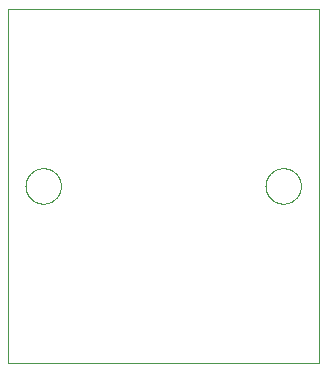
<source format=gbr>
G04 EAGLE Gerber RS-274X export*
G75*
%MOMM*%
%FSLAX34Y34*%
%LPD*%
%IN*%
%IPPOS*%
%AMOC8*
5,1,8,0,0,1.08239X$1,22.5*%
G01*
%ADD10C,0.000000*%


D10*
X0Y0D02*
X263200Y0D01*
X263200Y300000D01*
X0Y300000D01*
X0Y0D01*
X15000Y150000D02*
X15005Y150368D01*
X15018Y150736D01*
X15041Y151103D01*
X15072Y151470D01*
X15113Y151836D01*
X15162Y152201D01*
X15221Y152564D01*
X15288Y152926D01*
X15364Y153287D01*
X15450Y153645D01*
X15543Y154001D01*
X15646Y154354D01*
X15757Y154705D01*
X15877Y155053D01*
X16005Y155398D01*
X16142Y155740D01*
X16287Y156079D01*
X16440Y156413D01*
X16602Y156744D01*
X16771Y157071D01*
X16949Y157393D01*
X17134Y157712D01*
X17327Y158025D01*
X17528Y158334D01*
X17736Y158637D01*
X17952Y158935D01*
X18175Y159228D01*
X18405Y159516D01*
X18642Y159798D01*
X18886Y160073D01*
X19136Y160343D01*
X19393Y160607D01*
X19657Y160864D01*
X19927Y161114D01*
X20202Y161358D01*
X20484Y161595D01*
X20772Y161825D01*
X21065Y162048D01*
X21363Y162264D01*
X21666Y162472D01*
X21975Y162673D01*
X22288Y162866D01*
X22607Y163051D01*
X22929Y163229D01*
X23256Y163398D01*
X23587Y163560D01*
X23921Y163713D01*
X24260Y163858D01*
X24602Y163995D01*
X24947Y164123D01*
X25295Y164243D01*
X25646Y164354D01*
X25999Y164457D01*
X26355Y164550D01*
X26713Y164636D01*
X27074Y164712D01*
X27436Y164779D01*
X27799Y164838D01*
X28164Y164887D01*
X28530Y164928D01*
X28897Y164959D01*
X29264Y164982D01*
X29632Y164995D01*
X30000Y165000D01*
X30368Y164995D01*
X30736Y164982D01*
X31103Y164959D01*
X31470Y164928D01*
X31836Y164887D01*
X32201Y164838D01*
X32564Y164779D01*
X32926Y164712D01*
X33287Y164636D01*
X33645Y164550D01*
X34001Y164457D01*
X34354Y164354D01*
X34705Y164243D01*
X35053Y164123D01*
X35398Y163995D01*
X35740Y163858D01*
X36079Y163713D01*
X36413Y163560D01*
X36744Y163398D01*
X37071Y163229D01*
X37393Y163051D01*
X37712Y162866D01*
X38025Y162673D01*
X38334Y162472D01*
X38637Y162264D01*
X38935Y162048D01*
X39228Y161825D01*
X39516Y161595D01*
X39798Y161358D01*
X40073Y161114D01*
X40343Y160864D01*
X40607Y160607D01*
X40864Y160343D01*
X41114Y160073D01*
X41358Y159798D01*
X41595Y159516D01*
X41825Y159228D01*
X42048Y158935D01*
X42264Y158637D01*
X42472Y158334D01*
X42673Y158025D01*
X42866Y157712D01*
X43051Y157393D01*
X43229Y157071D01*
X43398Y156744D01*
X43560Y156413D01*
X43713Y156079D01*
X43858Y155740D01*
X43995Y155398D01*
X44123Y155053D01*
X44243Y154705D01*
X44354Y154354D01*
X44457Y154001D01*
X44550Y153645D01*
X44636Y153287D01*
X44712Y152926D01*
X44779Y152564D01*
X44838Y152201D01*
X44887Y151836D01*
X44928Y151470D01*
X44959Y151103D01*
X44982Y150736D01*
X44995Y150368D01*
X45000Y150000D01*
X44995Y149632D01*
X44982Y149264D01*
X44959Y148897D01*
X44928Y148530D01*
X44887Y148164D01*
X44838Y147799D01*
X44779Y147436D01*
X44712Y147074D01*
X44636Y146713D01*
X44550Y146355D01*
X44457Y145999D01*
X44354Y145646D01*
X44243Y145295D01*
X44123Y144947D01*
X43995Y144602D01*
X43858Y144260D01*
X43713Y143921D01*
X43560Y143587D01*
X43398Y143256D01*
X43229Y142929D01*
X43051Y142607D01*
X42866Y142288D01*
X42673Y141975D01*
X42472Y141666D01*
X42264Y141363D01*
X42048Y141065D01*
X41825Y140772D01*
X41595Y140484D01*
X41358Y140202D01*
X41114Y139927D01*
X40864Y139657D01*
X40607Y139393D01*
X40343Y139136D01*
X40073Y138886D01*
X39798Y138642D01*
X39516Y138405D01*
X39228Y138175D01*
X38935Y137952D01*
X38637Y137736D01*
X38334Y137528D01*
X38025Y137327D01*
X37712Y137134D01*
X37393Y136949D01*
X37071Y136771D01*
X36744Y136602D01*
X36413Y136440D01*
X36079Y136287D01*
X35740Y136142D01*
X35398Y136005D01*
X35053Y135877D01*
X34705Y135757D01*
X34354Y135646D01*
X34001Y135543D01*
X33645Y135450D01*
X33287Y135364D01*
X32926Y135288D01*
X32564Y135221D01*
X32201Y135162D01*
X31836Y135113D01*
X31470Y135072D01*
X31103Y135041D01*
X30736Y135018D01*
X30368Y135005D01*
X30000Y135000D01*
X29632Y135005D01*
X29264Y135018D01*
X28897Y135041D01*
X28530Y135072D01*
X28164Y135113D01*
X27799Y135162D01*
X27436Y135221D01*
X27074Y135288D01*
X26713Y135364D01*
X26355Y135450D01*
X25999Y135543D01*
X25646Y135646D01*
X25295Y135757D01*
X24947Y135877D01*
X24602Y136005D01*
X24260Y136142D01*
X23921Y136287D01*
X23587Y136440D01*
X23256Y136602D01*
X22929Y136771D01*
X22607Y136949D01*
X22288Y137134D01*
X21975Y137327D01*
X21666Y137528D01*
X21363Y137736D01*
X21065Y137952D01*
X20772Y138175D01*
X20484Y138405D01*
X20202Y138642D01*
X19927Y138886D01*
X19657Y139136D01*
X19393Y139393D01*
X19136Y139657D01*
X18886Y139927D01*
X18642Y140202D01*
X18405Y140484D01*
X18175Y140772D01*
X17952Y141065D01*
X17736Y141363D01*
X17528Y141666D01*
X17327Y141975D01*
X17134Y142288D01*
X16949Y142607D01*
X16771Y142929D01*
X16602Y143256D01*
X16440Y143587D01*
X16287Y143921D01*
X16142Y144260D01*
X16005Y144602D01*
X15877Y144947D01*
X15757Y145295D01*
X15646Y145646D01*
X15543Y145999D01*
X15450Y146355D01*
X15364Y146713D01*
X15288Y147074D01*
X15221Y147436D01*
X15162Y147799D01*
X15113Y148164D01*
X15072Y148530D01*
X15041Y148897D01*
X15018Y149264D01*
X15005Y149632D01*
X15000Y150000D01*
X218200Y150000D02*
X218205Y150368D01*
X218218Y150736D01*
X218241Y151103D01*
X218272Y151470D01*
X218313Y151836D01*
X218362Y152201D01*
X218421Y152564D01*
X218488Y152926D01*
X218564Y153287D01*
X218650Y153645D01*
X218743Y154001D01*
X218846Y154354D01*
X218957Y154705D01*
X219077Y155053D01*
X219205Y155398D01*
X219342Y155740D01*
X219487Y156079D01*
X219640Y156413D01*
X219802Y156744D01*
X219971Y157071D01*
X220149Y157393D01*
X220334Y157712D01*
X220527Y158025D01*
X220728Y158334D01*
X220936Y158637D01*
X221152Y158935D01*
X221375Y159228D01*
X221605Y159516D01*
X221842Y159798D01*
X222086Y160073D01*
X222336Y160343D01*
X222593Y160607D01*
X222857Y160864D01*
X223127Y161114D01*
X223402Y161358D01*
X223684Y161595D01*
X223972Y161825D01*
X224265Y162048D01*
X224563Y162264D01*
X224866Y162472D01*
X225175Y162673D01*
X225488Y162866D01*
X225807Y163051D01*
X226129Y163229D01*
X226456Y163398D01*
X226787Y163560D01*
X227121Y163713D01*
X227460Y163858D01*
X227802Y163995D01*
X228147Y164123D01*
X228495Y164243D01*
X228846Y164354D01*
X229199Y164457D01*
X229555Y164550D01*
X229913Y164636D01*
X230274Y164712D01*
X230636Y164779D01*
X230999Y164838D01*
X231364Y164887D01*
X231730Y164928D01*
X232097Y164959D01*
X232464Y164982D01*
X232832Y164995D01*
X233200Y165000D01*
X233568Y164995D01*
X233936Y164982D01*
X234303Y164959D01*
X234670Y164928D01*
X235036Y164887D01*
X235401Y164838D01*
X235764Y164779D01*
X236126Y164712D01*
X236487Y164636D01*
X236845Y164550D01*
X237201Y164457D01*
X237554Y164354D01*
X237905Y164243D01*
X238253Y164123D01*
X238598Y163995D01*
X238940Y163858D01*
X239279Y163713D01*
X239613Y163560D01*
X239944Y163398D01*
X240271Y163229D01*
X240593Y163051D01*
X240912Y162866D01*
X241225Y162673D01*
X241534Y162472D01*
X241837Y162264D01*
X242135Y162048D01*
X242428Y161825D01*
X242716Y161595D01*
X242998Y161358D01*
X243273Y161114D01*
X243543Y160864D01*
X243807Y160607D01*
X244064Y160343D01*
X244314Y160073D01*
X244558Y159798D01*
X244795Y159516D01*
X245025Y159228D01*
X245248Y158935D01*
X245464Y158637D01*
X245672Y158334D01*
X245873Y158025D01*
X246066Y157712D01*
X246251Y157393D01*
X246429Y157071D01*
X246598Y156744D01*
X246760Y156413D01*
X246913Y156079D01*
X247058Y155740D01*
X247195Y155398D01*
X247323Y155053D01*
X247443Y154705D01*
X247554Y154354D01*
X247657Y154001D01*
X247750Y153645D01*
X247836Y153287D01*
X247912Y152926D01*
X247979Y152564D01*
X248038Y152201D01*
X248087Y151836D01*
X248128Y151470D01*
X248159Y151103D01*
X248182Y150736D01*
X248195Y150368D01*
X248200Y150000D01*
X248195Y149632D01*
X248182Y149264D01*
X248159Y148897D01*
X248128Y148530D01*
X248087Y148164D01*
X248038Y147799D01*
X247979Y147436D01*
X247912Y147074D01*
X247836Y146713D01*
X247750Y146355D01*
X247657Y145999D01*
X247554Y145646D01*
X247443Y145295D01*
X247323Y144947D01*
X247195Y144602D01*
X247058Y144260D01*
X246913Y143921D01*
X246760Y143587D01*
X246598Y143256D01*
X246429Y142929D01*
X246251Y142607D01*
X246066Y142288D01*
X245873Y141975D01*
X245672Y141666D01*
X245464Y141363D01*
X245248Y141065D01*
X245025Y140772D01*
X244795Y140484D01*
X244558Y140202D01*
X244314Y139927D01*
X244064Y139657D01*
X243807Y139393D01*
X243543Y139136D01*
X243273Y138886D01*
X242998Y138642D01*
X242716Y138405D01*
X242428Y138175D01*
X242135Y137952D01*
X241837Y137736D01*
X241534Y137528D01*
X241225Y137327D01*
X240912Y137134D01*
X240593Y136949D01*
X240271Y136771D01*
X239944Y136602D01*
X239613Y136440D01*
X239279Y136287D01*
X238940Y136142D01*
X238598Y136005D01*
X238253Y135877D01*
X237905Y135757D01*
X237554Y135646D01*
X237201Y135543D01*
X236845Y135450D01*
X236487Y135364D01*
X236126Y135288D01*
X235764Y135221D01*
X235401Y135162D01*
X235036Y135113D01*
X234670Y135072D01*
X234303Y135041D01*
X233936Y135018D01*
X233568Y135005D01*
X233200Y135000D01*
X232832Y135005D01*
X232464Y135018D01*
X232097Y135041D01*
X231730Y135072D01*
X231364Y135113D01*
X230999Y135162D01*
X230636Y135221D01*
X230274Y135288D01*
X229913Y135364D01*
X229555Y135450D01*
X229199Y135543D01*
X228846Y135646D01*
X228495Y135757D01*
X228147Y135877D01*
X227802Y136005D01*
X227460Y136142D01*
X227121Y136287D01*
X226787Y136440D01*
X226456Y136602D01*
X226129Y136771D01*
X225807Y136949D01*
X225488Y137134D01*
X225175Y137327D01*
X224866Y137528D01*
X224563Y137736D01*
X224265Y137952D01*
X223972Y138175D01*
X223684Y138405D01*
X223402Y138642D01*
X223127Y138886D01*
X222857Y139136D01*
X222593Y139393D01*
X222336Y139657D01*
X222086Y139927D01*
X221842Y140202D01*
X221605Y140484D01*
X221375Y140772D01*
X221152Y141065D01*
X220936Y141363D01*
X220728Y141666D01*
X220527Y141975D01*
X220334Y142288D01*
X220149Y142607D01*
X219971Y142929D01*
X219802Y143256D01*
X219640Y143587D01*
X219487Y143921D01*
X219342Y144260D01*
X219205Y144602D01*
X219077Y144947D01*
X218957Y145295D01*
X218846Y145646D01*
X218743Y145999D01*
X218650Y146355D01*
X218564Y146713D01*
X218488Y147074D01*
X218421Y147436D01*
X218362Y147799D01*
X218313Y148164D01*
X218272Y148530D01*
X218241Y148897D01*
X218218Y149264D01*
X218205Y149632D01*
X218200Y150000D01*
M02*

</source>
